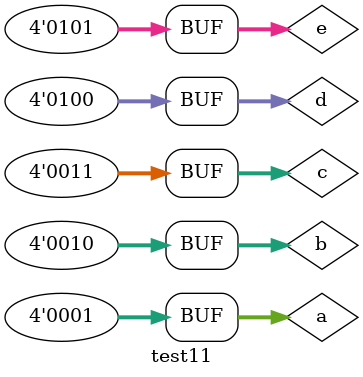
<source format=v>
module test11;
	reg [3:0]a,b,c,d,e,f;
	initial 
		$monitor ($time ,"a = %d b = %d c = %d d = %d e = %d f = %d",a,b,c,d,e,f);
	initial
	begin
		#2 a = 4'd01;//1
		#3 b = 4'd02;//4
		#1 c = 4'd03;//6
	end
	initial
	begin
		#1 d= 4'd04;//3
		#3 e = 4'd05;//4
		#2 c = 4'd06;//6
	end
endmodule 
</source>
